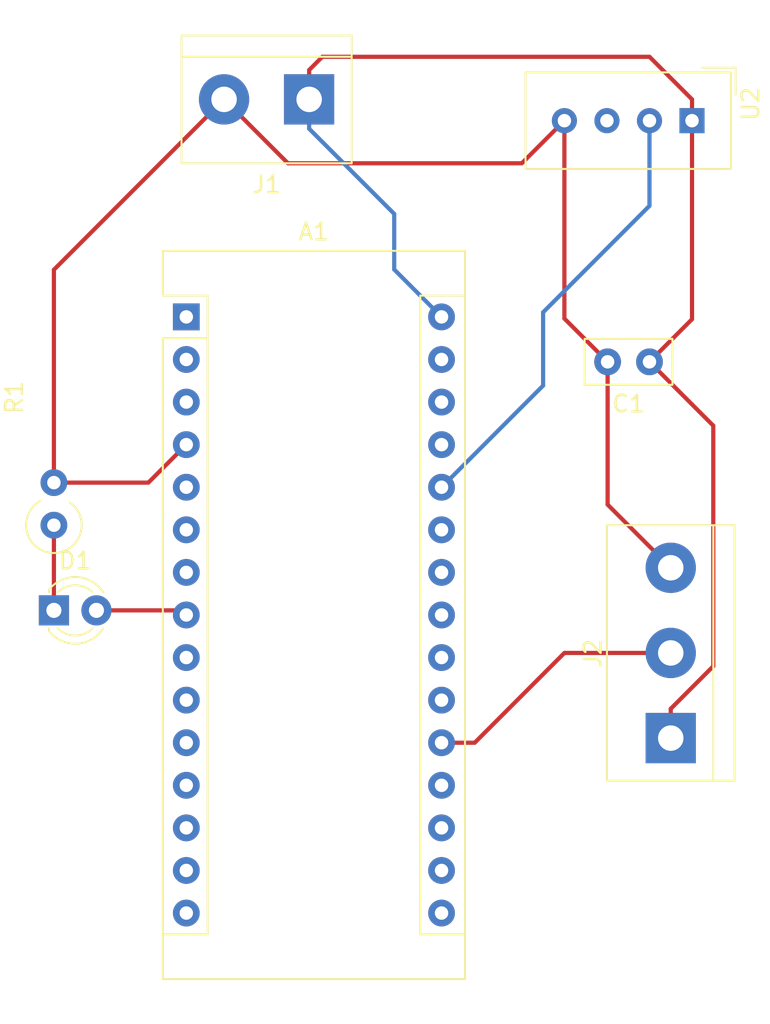
<source format=kicad_pcb>
(kicad_pcb (version 20171130) (host pcbnew "(5.1.2)-2")

  (general
    (thickness 1.6)
    (drawings 0)
    (tracks 36)
    (zones 0)
    (modules 7)
    (nets 33)
  )

  (page A4)
  (layers
    (0 F.Cu signal)
    (31 B.Cu signal)
    (32 B.Adhes user)
    (33 F.Adhes user)
    (34 B.Paste user)
    (35 F.Paste user)
    (36 B.SilkS user)
    (37 F.SilkS user)
    (38 B.Mask user)
    (39 F.Mask user)
    (40 Dwgs.User user)
    (41 Cmts.User user)
    (42 Eco1.User user)
    (43 Eco2.User user)
    (44 Edge.Cuts user)
    (45 Margin user)
    (46 B.CrtYd user)
    (47 F.CrtYd user)
    (48 B.Fab user)
    (49 F.Fab user)
  )

  (setup
    (last_trace_width 0.25)
    (user_trace_width 0.5)
    (trace_clearance 0.2)
    (zone_clearance 0.508)
    (zone_45_only no)
    (trace_min 0.2)
    (via_size 0.8)
    (via_drill 0.4)
    (via_min_size 0.4)
    (via_min_drill 0.3)
    (uvia_size 0.3)
    (uvia_drill 0.1)
    (uvias_allowed no)
    (uvia_min_size 0.2)
    (uvia_min_drill 0.1)
    (edge_width 0.1)
    (segment_width 0.2)
    (pcb_text_width 0.3)
    (pcb_text_size 1.5 1.5)
    (mod_edge_width 0.15)
    (mod_text_size 1 1)
    (mod_text_width 0.15)
    (pad_size 1.524 1.524)
    (pad_drill 0.762)
    (pad_to_mask_clearance 0)
    (aux_axis_origin 0 0)
    (visible_elements FFFFFF7F)
    (pcbplotparams
      (layerselection 0x010fc_ffffffff)
      (usegerberextensions false)
      (usegerberattributes false)
      (usegerberadvancedattributes false)
      (creategerberjobfile false)
      (excludeedgelayer true)
      (linewidth 0.100000)
      (plotframeref false)
      (viasonmask false)
      (mode 1)
      (useauxorigin false)
      (hpglpennumber 1)
      (hpglpenspeed 20)
      (hpglpendiameter 15.000000)
      (psnegative false)
      (psa4output false)
      (plotreference true)
      (plotvalue true)
      (plotinvisibletext false)
      (padsonsilk false)
      (subtractmaskfromsilk false)
      (outputformat 1)
      (mirror false)
      (drillshape 1)
      (scaleselection 1)
      (outputdirectory ""))
  )

  (net 0 "")
  (net 1 "Net-(A1-Pad16)")
  (net 2 "Net-(A1-Pad15)")
  (net 3 "Net-(A1-Pad14)")
  (net 4 "Net-(A1-Pad29)")
  (net 5 "Net-(A1-Pad13)")
  (net 6 "Net-(A1-Pad28)")
  (net 7 "Net-(A1-Pad12)")
  (net 8 "Net-(A1-Pad27)")
  (net 9 "Net-(A1-Pad11)")
  (net 10 "Net-(A1-Pad26)")
  (net 11 "Net-(A1-Pad10)")
  (net 12 "Net-(A1-Pad25)")
  (net 13 "Net-(A1-Pad9)")
  (net 14 "Net-(A1-Pad24)")
  (net 15 "Net-(A1-Pad8)")
  (net 16 "Net-(A1-Pad23)")
  (net 17 "Net-(A1-Pad7)")
  (net 18 "Net-(A1-Pad22)")
  (net 19 "Net-(A1-Pad6)")
  (net 20 "Net-(A1-Pad21)")
  (net 21 "Net-(A1-Pad5)")
  (net 22 "Net-(A1-Pad20)")
  (net 23 "Net-(A1-Pad19)")
  (net 24 "Net-(A1-Pad3)")
  (net 25 "Net-(A1-Pad18)")
  (net 26 "Net-(A1-Pad2)")
  (net 27 "Net-(A1-Pad17)")
  (net 28 "Net-(A1-Pad1)")
  (net 29 GND)
  (net 30 +5V)
  (net 31 "Net-(D1-Pad1)")
  (net 32 "Net-(U2-Pad3)")

  (net_class Default "This is the default net class."
    (clearance 0.2)
    (trace_width 0.25)
    (via_dia 0.8)
    (via_drill 0.4)
    (uvia_dia 0.3)
    (uvia_drill 0.1)
    (add_net +5V)
    (add_net GND)
    (add_net "Net-(A1-Pad1)")
    (add_net "Net-(A1-Pad10)")
    (add_net "Net-(A1-Pad11)")
    (add_net "Net-(A1-Pad12)")
    (add_net "Net-(A1-Pad13)")
    (add_net "Net-(A1-Pad14)")
    (add_net "Net-(A1-Pad15)")
    (add_net "Net-(A1-Pad16)")
    (add_net "Net-(A1-Pad17)")
    (add_net "Net-(A1-Pad18)")
    (add_net "Net-(A1-Pad19)")
    (add_net "Net-(A1-Pad2)")
    (add_net "Net-(A1-Pad20)")
    (add_net "Net-(A1-Pad21)")
    (add_net "Net-(A1-Pad22)")
    (add_net "Net-(A1-Pad23)")
    (add_net "Net-(A1-Pad24)")
    (add_net "Net-(A1-Pad25)")
    (add_net "Net-(A1-Pad26)")
    (add_net "Net-(A1-Pad27)")
    (add_net "Net-(A1-Pad28)")
    (add_net "Net-(A1-Pad29)")
    (add_net "Net-(A1-Pad3)")
    (add_net "Net-(A1-Pad5)")
    (add_net "Net-(A1-Pad6)")
    (add_net "Net-(A1-Pad7)")
    (add_net "Net-(A1-Pad8)")
    (add_net "Net-(A1-Pad9)")
    (add_net "Net-(D1-Pad1)")
    (add_net "Net-(U2-Pad3)")
  )

  (module TerminalBlock:TerminalBlock_bornier-2_P5.08mm (layer F.Cu) (tedit 59FF03AB) (tstamp 5D2AD175)
    (at 132.08 77.47 180)
    (descr "simple 2-pin terminal block, pitch 5.08mm, revamped version of bornier2")
    (tags "terminal block bornier2")
    (path /5D29E49A)
    (fp_text reference J1 (at 2.54 -5.08) (layer F.SilkS)
      (effects (font (size 1 1) (thickness 0.15)))
    )
    (fp_text value Screw_Terminal_01x02 (at 2.54 5.08) (layer F.Fab)
      (effects (font (size 1 1) (thickness 0.15)))
    )
    (fp_line (start 7.79 4) (end -2.71 4) (layer F.CrtYd) (width 0.05))
    (fp_line (start 7.79 4) (end 7.79 -4) (layer F.CrtYd) (width 0.05))
    (fp_line (start -2.71 -4) (end -2.71 4) (layer F.CrtYd) (width 0.05))
    (fp_line (start -2.71 -4) (end 7.79 -4) (layer F.CrtYd) (width 0.05))
    (fp_line (start -2.54 3.81) (end 7.62 3.81) (layer F.SilkS) (width 0.12))
    (fp_line (start -2.54 -3.81) (end -2.54 3.81) (layer F.SilkS) (width 0.12))
    (fp_line (start 7.62 -3.81) (end -2.54 -3.81) (layer F.SilkS) (width 0.12))
    (fp_line (start 7.62 3.81) (end 7.62 -3.81) (layer F.SilkS) (width 0.12))
    (fp_line (start 7.62 2.54) (end -2.54 2.54) (layer F.SilkS) (width 0.12))
    (fp_line (start 7.54 -3.75) (end -2.46 -3.75) (layer F.Fab) (width 0.1))
    (fp_line (start 7.54 3.75) (end 7.54 -3.75) (layer F.Fab) (width 0.1))
    (fp_line (start -2.46 3.75) (end 7.54 3.75) (layer F.Fab) (width 0.1))
    (fp_line (start -2.46 -3.75) (end -2.46 3.75) (layer F.Fab) (width 0.1))
    (fp_line (start -2.41 2.55) (end 7.49 2.55) (layer F.Fab) (width 0.1))
    (fp_text user %R (at 2.54 0) (layer F.Fab)
      (effects (font (size 1 1) (thickness 0.15)))
    )
    (pad 2 thru_hole circle (at 5.08 0 180) (size 3 3) (drill 1.52) (layers *.Cu *.Mask)
      (net 29 GND))
    (pad 1 thru_hole rect (at 0 0 180) (size 3 3) (drill 1.52) (layers *.Cu *.Mask)
      (net 30 +5V))
    (model ${KISYS3DMOD}/TerminalBlock.3dshapes/TerminalBlock_bornier-2_P5.08mm.wrl
      (offset (xyz 2.539999961853027 0 0))
      (scale (xyz 1 1 1))
      (rotate (xyz 0 0 0))
    )
  )

  (module Module:Arduino_Nano_WithMountingHoles (layer F.Cu) (tedit 58ACAF99) (tstamp 5D2AD139)
    (at 124.745001 90.445001)
    (descr "Arduino Nano, http://www.mouser.com/pdfdocs/Gravitech_Arduino_Nano3_0.pdf")
    (tags "Arduino Nano")
    (path /5D224824)
    (fp_text reference A1 (at 7.62 -5.08) (layer F.SilkS)
      (effects (font (size 1 1) (thickness 0.15)))
    )
    (fp_text value Arduino_Nano_v2.x (at 8.89 15.24 90) (layer F.Fab)
      (effects (font (size 1 1) (thickness 0.15)))
    )
    (fp_line (start 16.75 42.16) (end -1.53 42.16) (layer F.CrtYd) (width 0.05))
    (fp_line (start 16.75 42.16) (end 16.75 -4.06) (layer F.CrtYd) (width 0.05))
    (fp_line (start -1.53 -4.06) (end -1.53 42.16) (layer F.CrtYd) (width 0.05))
    (fp_line (start -1.53 -4.06) (end 16.75 -4.06) (layer F.CrtYd) (width 0.05))
    (fp_line (start 16.51 -3.81) (end 16.51 39.37) (layer F.Fab) (width 0.1))
    (fp_line (start 0 -3.81) (end 16.51 -3.81) (layer F.Fab) (width 0.1))
    (fp_line (start -1.27 -2.54) (end 0 -3.81) (layer F.Fab) (width 0.1))
    (fp_line (start -1.27 39.37) (end -1.27 -2.54) (layer F.Fab) (width 0.1))
    (fp_line (start 16.51 39.37) (end -1.27 39.37) (layer F.Fab) (width 0.1))
    (fp_line (start 16.64 -3.94) (end -1.4 -3.94) (layer F.SilkS) (width 0.12))
    (fp_line (start 16.64 39.5) (end 16.64 -3.94) (layer F.SilkS) (width 0.12))
    (fp_line (start -1.4 39.5) (end 16.64 39.5) (layer F.SilkS) (width 0.12))
    (fp_line (start 3.81 41.91) (end 3.81 31.75) (layer F.Fab) (width 0.1))
    (fp_line (start 11.43 41.91) (end 3.81 41.91) (layer F.Fab) (width 0.1))
    (fp_line (start 11.43 31.75) (end 11.43 41.91) (layer F.Fab) (width 0.1))
    (fp_line (start 3.81 31.75) (end 11.43 31.75) (layer F.Fab) (width 0.1))
    (fp_line (start 1.27 36.83) (end -1.4 36.83) (layer F.SilkS) (width 0.12))
    (fp_line (start 1.27 1.27) (end 1.27 36.83) (layer F.SilkS) (width 0.12))
    (fp_line (start 1.27 1.27) (end -1.4 1.27) (layer F.SilkS) (width 0.12))
    (fp_line (start 13.97 36.83) (end 16.64 36.83) (layer F.SilkS) (width 0.12))
    (fp_line (start 13.97 -1.27) (end 13.97 36.83) (layer F.SilkS) (width 0.12))
    (fp_line (start 13.97 -1.27) (end 16.64 -1.27) (layer F.SilkS) (width 0.12))
    (fp_line (start -1.4 -3.94) (end -1.4 -1.27) (layer F.SilkS) (width 0.12))
    (fp_line (start -1.4 1.27) (end -1.4 39.5) (layer F.SilkS) (width 0.12))
    (fp_line (start 1.27 -1.27) (end -1.4 -1.27) (layer F.SilkS) (width 0.12))
    (fp_line (start 1.27 1.27) (end 1.27 -1.27) (layer F.SilkS) (width 0.12))
    (fp_text user %R (at 6.35 16.51 90) (layer F.Fab)
      (effects (font (size 1 1) (thickness 0.15)))
    )
    (pad "" np_thru_hole circle (at 0 38.1) (size 1.78 1.78) (drill 1.78) (layers *.Cu *.Mask))
    (pad "" np_thru_hole circle (at 15.24 38.1) (size 1.78 1.78) (drill 1.78) (layers *.Cu *.Mask))
    (pad "" np_thru_hole circle (at 15.24 -2.54) (size 1.78 1.78) (drill 1.78) (layers *.Cu *.Mask))
    (pad "" np_thru_hole circle (at 0 -2.54) (size 1.78 1.78) (drill 1.78) (layers *.Cu *.Mask))
    (pad 16 thru_hole oval (at 15.24 35.56) (size 1.6 1.6) (drill 0.8) (layers *.Cu *.Mask)
      (net 1 "Net-(A1-Pad16)"))
    (pad 15 thru_hole oval (at 0 35.56) (size 1.6 1.6) (drill 0.8) (layers *.Cu *.Mask)
      (net 2 "Net-(A1-Pad15)"))
    (pad 30 thru_hole oval (at 15.24 0) (size 1.6 1.6) (drill 0.8) (layers *.Cu *.Mask)
      (net 30 +5V))
    (pad 14 thru_hole oval (at 0 33.02) (size 1.6 1.6) (drill 0.8) (layers *.Cu *.Mask)
      (net 3 "Net-(A1-Pad14)"))
    (pad 29 thru_hole oval (at 15.24 2.54) (size 1.6 1.6) (drill 0.8) (layers *.Cu *.Mask)
      (net 4 "Net-(A1-Pad29)"))
    (pad 13 thru_hole oval (at 0 30.48) (size 1.6 1.6) (drill 0.8) (layers *.Cu *.Mask)
      (net 5 "Net-(A1-Pad13)"))
    (pad 28 thru_hole oval (at 15.24 5.08) (size 1.6 1.6) (drill 0.8) (layers *.Cu *.Mask)
      (net 6 "Net-(A1-Pad28)"))
    (pad 12 thru_hole oval (at 0 27.94) (size 1.6 1.6) (drill 0.8) (layers *.Cu *.Mask)
      (net 7 "Net-(A1-Pad12)"))
    (pad 27 thru_hole oval (at 15.24 7.62) (size 1.6 1.6) (drill 0.8) (layers *.Cu *.Mask)
      (net 8 "Net-(A1-Pad27)"))
    (pad 11 thru_hole oval (at 0 25.4) (size 1.6 1.6) (drill 0.8) (layers *.Cu *.Mask)
      (net 9 "Net-(A1-Pad11)"))
    (pad 26 thru_hole oval (at 15.24 10.16) (size 1.6 1.6) (drill 0.8) (layers *.Cu *.Mask)
      (net 10 "Net-(A1-Pad26)"))
    (pad 10 thru_hole oval (at 0 22.86) (size 1.6 1.6) (drill 0.8) (layers *.Cu *.Mask)
      (net 11 "Net-(A1-Pad10)"))
    (pad 25 thru_hole oval (at 15.24 12.7) (size 1.6 1.6) (drill 0.8) (layers *.Cu *.Mask)
      (net 12 "Net-(A1-Pad25)"))
    (pad 9 thru_hole oval (at 0 20.32) (size 1.6 1.6) (drill 0.8) (layers *.Cu *.Mask)
      (net 13 "Net-(A1-Pad9)"))
    (pad 24 thru_hole oval (at 15.24 15.24) (size 1.6 1.6) (drill 0.8) (layers *.Cu *.Mask)
      (net 14 "Net-(A1-Pad24)"))
    (pad 8 thru_hole oval (at 0 17.78) (size 1.6 1.6) (drill 0.8) (layers *.Cu *.Mask)
      (net 15 "Net-(A1-Pad8)"))
    (pad 23 thru_hole oval (at 15.24 17.78) (size 1.6 1.6) (drill 0.8) (layers *.Cu *.Mask)
      (net 16 "Net-(A1-Pad23)"))
    (pad 7 thru_hole oval (at 0 15.24) (size 1.6 1.6) (drill 0.8) (layers *.Cu *.Mask)
      (net 17 "Net-(A1-Pad7)"))
    (pad 22 thru_hole oval (at 15.24 20.32) (size 1.6 1.6) (drill 0.8) (layers *.Cu *.Mask)
      (net 18 "Net-(A1-Pad22)"))
    (pad 6 thru_hole oval (at 0 12.7) (size 1.6 1.6) (drill 0.8) (layers *.Cu *.Mask)
      (net 19 "Net-(A1-Pad6)"))
    (pad 21 thru_hole oval (at 15.24 22.86) (size 1.6 1.6) (drill 0.8) (layers *.Cu *.Mask)
      (net 20 "Net-(A1-Pad21)"))
    (pad 5 thru_hole oval (at 0 10.16) (size 1.6 1.6) (drill 0.8) (layers *.Cu *.Mask)
      (net 21 "Net-(A1-Pad5)"))
    (pad 20 thru_hole oval (at 15.24 25.4) (size 1.6 1.6) (drill 0.8) (layers *.Cu *.Mask)
      (net 22 "Net-(A1-Pad20)"))
    (pad 4 thru_hole oval (at 0 7.62) (size 1.6 1.6) (drill 0.8) (layers *.Cu *.Mask)
      (net 29 GND))
    (pad 19 thru_hole oval (at 15.24 27.94) (size 1.6 1.6) (drill 0.8) (layers *.Cu *.Mask)
      (net 23 "Net-(A1-Pad19)"))
    (pad 3 thru_hole oval (at 0 5.08) (size 1.6 1.6) (drill 0.8) (layers *.Cu *.Mask)
      (net 24 "Net-(A1-Pad3)"))
    (pad 18 thru_hole oval (at 15.24 30.48) (size 1.6 1.6) (drill 0.8) (layers *.Cu *.Mask)
      (net 25 "Net-(A1-Pad18)"))
    (pad 2 thru_hole oval (at 0 2.54) (size 1.6 1.6) (drill 0.8) (layers *.Cu *.Mask)
      (net 26 "Net-(A1-Pad2)"))
    (pad 17 thru_hole oval (at 15.24 33.02) (size 1.6 1.6) (drill 0.8) (layers *.Cu *.Mask)
      (net 27 "Net-(A1-Pad17)"))
    (pad 1 thru_hole rect (at 0 0) (size 1.6 1.6) (drill 0.8) (layers *.Cu *.Mask)
      (net 28 "Net-(A1-Pad1)"))
    (model ${KISYS3DMOD}/Module.3dshapes/Arduino_Nano_WithMountingHoles.wrl
      (at (xyz 0 0 0))
      (scale (xyz 1 1 1))
      (rotate (xyz 0 0 0))
    )
  )

  (module Resistor_THT:R_Axial_DIN0309_L9.0mm_D3.2mm_P2.54mm_Vertical (layer F.Cu) (tedit 5AE5139B) (tstamp 5D2AD1A2)
    (at 116.84 102.87 90)
    (descr "Resistor, Axial_DIN0309 series, Axial, Vertical, pin pitch=2.54mm, 0.5W = 1/2W, length*diameter=9*3.2mm^2, http://cdn-reichelt.de/documents/datenblatt/B400/1_4W%23YAG.pdf")
    (tags "Resistor Axial_DIN0309 series Axial Vertical pin pitch 2.54mm 0.5W = 1/2W length 9mm diameter 3.2mm")
    (path /5D256831)
    (fp_text reference R1 (at 7.62 -2.37 90) (layer F.SilkS)
      (effects (font (size 1 1) (thickness 0.15)))
    )
    (fp_text value R10K (at 7.62 2.37 90) (layer F.Fab)
      (effects (font (size 1 1) (thickness 0.15)))
    )
    (fp_text user %R (at 1.27 2.54 90) (layer F.Fab)
      (effects (font (size 1 1) (thickness 0.15)))
    )
    (fp_line (start 3.59 -1.85) (end -1.85 -1.85) (layer F.CrtYd) (width 0.05))
    (fp_line (start 3.59 1.85) (end 3.59 -1.85) (layer F.CrtYd) (width 0.05))
    (fp_line (start -1.85 1.85) (end 3.59 1.85) (layer F.CrtYd) (width 0.05))
    (fp_line (start -1.85 -1.85) (end -1.85 1.85) (layer F.CrtYd) (width 0.05))
    (fp_line (start 0 0) (end 2.54 0) (layer F.Fab) (width 0.1))
    (fp_circle (center 0 0) (end 1.6 0) (layer F.Fab) (width 0.1))
    (fp_arc (start 0 0) (end 1.453272 -0.8) (angle -295.326041) (layer F.SilkS) (width 0.12))
    (pad 2 thru_hole oval (at 2.54 0 90) (size 1.6 1.6) (drill 0.8) (layers *.Cu *.Mask)
      (net 29 GND))
    (pad 1 thru_hole circle (at 0 0 90) (size 1.6 1.6) (drill 0.8) (layers *.Cu *.Mask)
      (net 31 "Net-(D1-Pad1)"))
    (model ${KISYS3DMOD}/Resistor_THT.3dshapes/R_Axial_DIN0309_L9.0mm_D3.2mm_P2.54mm_Vertical.wrl
      (at (xyz 0 0 0))
      (scale (xyz 1 1 1))
      (rotate (xyz 0 0 0))
    )
  )

  (module Sensor:Aosong_DHT11_5.5x12.0_P2.54mm (layer F.Cu) (tedit 5C4B60CF) (tstamp 5D2AD1BA)
    (at 154.94 78.74 270)
    (descr "Temperature and humidity module, http://akizukidenshi.com/download/ds/aosong/DHT11.pdf")
    (tags "Temperature and humidity module")
    (path /5D2BE7D6)
    (fp_text reference U2 (at -1 -3.5 90) (layer F.SilkS)
      (effects (font (size 1 1) (thickness 0.15)))
    )
    (fp_text value DHT11 (at 0 11.3 90) (layer F.Fab)
      (effects (font (size 1 1) (thickness 0.15)))
    )
    (fp_line (start -3.16 -2.6) (end -1.55 -2.6) (layer F.SilkS) (width 0.12))
    (fp_line (start -3.16 -2.6) (end -3.16 -0.6) (layer F.SilkS) (width 0.12))
    (fp_line (start -2.75 -1.19) (end -1.75 -2.19) (layer F.Fab) (width 0.1))
    (fp_line (start -3 10.06) (end -3 -2.44) (layer F.CrtYd) (width 0.05))
    (fp_line (start 3 10.06) (end -3 10.06) (layer F.CrtYd) (width 0.05))
    (fp_line (start 3 -2.44) (end 3 10.06) (layer F.CrtYd) (width 0.05))
    (fp_line (start -3 -2.44) (end 3 -2.44) (layer F.CrtYd) (width 0.05))
    (fp_text user %R (at 0 3.81 90) (layer F.Fab)
      (effects (font (size 1 1) (thickness 0.15)))
    )
    (fp_line (start -2.88 9.94) (end -2.88 -2.31) (layer F.SilkS) (width 0.12))
    (fp_line (start 2.88 9.94) (end -2.88 9.94) (layer F.SilkS) (width 0.12))
    (fp_line (start 2.88 -2.32) (end 2.88 9.94) (layer F.SilkS) (width 0.12))
    (fp_line (start -2.87 -2.32) (end 2.87 -2.32) (layer F.SilkS) (width 0.12))
    (fp_line (start -2.75 -1.19) (end -2.75 9.81) (layer F.Fab) (width 0.1))
    (fp_line (start 2.75 9.81) (end -2.75 9.81) (layer F.Fab) (width 0.1))
    (fp_line (start 2.75 -2.19) (end 2.75 9.81) (layer F.Fab) (width 0.1))
    (fp_line (start -1.75 -2.19) (end 2.75 -2.19) (layer F.Fab) (width 0.1))
    (pad 4 thru_hole circle (at 0 7.62 270) (size 1.5 1.5) (drill 0.8) (layers *.Cu *.Mask)
      (net 29 GND))
    (pad 3 thru_hole circle (at 0 5.08 270) (size 1.5 1.5) (drill 0.8) (layers *.Cu *.Mask)
      (net 32 "Net-(U2-Pad3)"))
    (pad 2 thru_hole circle (at 0 2.54 270) (size 1.5 1.5) (drill 0.8) (layers *.Cu *.Mask)
      (net 10 "Net-(A1-Pad26)"))
    (pad 1 thru_hole rect (at 0 0 270) (size 1.5 1.5) (drill 0.8) (layers *.Cu *.Mask)
      (net 30 +5V))
    (model ${KISYS3DMOD}/Sensor.3dshapes/Aosong_DHT11_5.5x12.0_P2.54mm.wrl
      (at (xyz 0 0 0))
      (scale (xyz 1 1 1))
      (rotate (xyz 0 0 0))
    )
  )

  (module TerminalBlock:TerminalBlock_bornier-3_P5.08mm (layer F.Cu) (tedit 59FF03B9) (tstamp 5D2AD18B)
    (at 153.67 115.57 90)
    (descr "simple 3-pin terminal block, pitch 5.08mm, revamped version of bornier3")
    (tags "terminal block bornier3")
    (path /5D2CB9EB)
    (fp_text reference J2 (at 5.05 -4.65 90) (layer F.SilkS)
      (effects (font (size 1 1) (thickness 0.15)))
    )
    (fp_text value Screw_Terminal_01x03 (at 5.08 5.08 90) (layer F.Fab)
      (effects (font (size 1 1) (thickness 0.15)))
    )
    (fp_line (start 12.88 4) (end -2.72 4) (layer F.CrtYd) (width 0.05))
    (fp_line (start 12.88 4) (end 12.88 -4) (layer F.CrtYd) (width 0.05))
    (fp_line (start -2.72 -4) (end -2.72 4) (layer F.CrtYd) (width 0.05))
    (fp_line (start -2.72 -4) (end 12.88 -4) (layer F.CrtYd) (width 0.05))
    (fp_line (start -2.54 3.81) (end 12.7 3.81) (layer F.SilkS) (width 0.12))
    (fp_line (start -2.54 -3.81) (end 12.7 -3.81) (layer F.SilkS) (width 0.12))
    (fp_line (start -2.54 2.54) (end 12.7 2.54) (layer F.SilkS) (width 0.12))
    (fp_line (start 12.7 3.81) (end 12.7 -3.81) (layer F.SilkS) (width 0.12))
    (fp_line (start -2.54 3.81) (end -2.54 -3.81) (layer F.SilkS) (width 0.12))
    (fp_line (start -2.47 3.75) (end -2.47 -3.75) (layer F.Fab) (width 0.1))
    (fp_line (start 12.63 3.75) (end -2.47 3.75) (layer F.Fab) (width 0.1))
    (fp_line (start 12.63 -3.75) (end 12.63 3.75) (layer F.Fab) (width 0.1))
    (fp_line (start -2.47 -3.75) (end 12.63 -3.75) (layer F.Fab) (width 0.1))
    (fp_line (start -2.47 2.55) (end 12.63 2.55) (layer F.Fab) (width 0.1))
    (fp_text user %R (at 5.08 0 90) (layer F.Fab)
      (effects (font (size 1 1) (thickness 0.15)))
    )
    (pad 3 thru_hole circle (at 10.16 0 90) (size 3 3) (drill 1.52) (layers *.Cu *.Mask)
      (net 29 GND))
    (pad 2 thru_hole circle (at 5.08 0 90) (size 3 3) (drill 1.52) (layers *.Cu *.Mask)
      (net 22 "Net-(A1-Pad20)"))
    (pad 1 thru_hole rect (at 0 0 90) (size 3 3) (drill 1.52) (layers *.Cu *.Mask)
      (net 30 +5V))
    (model ${KISYS3DMOD}/TerminalBlock.3dshapes/TerminalBlock_bornier-3_P5.08mm.wrl
      (offset (xyz 5.079999923706055 0 0))
      (scale (xyz 1 1 1))
      (rotate (xyz 0 0 0))
    )
  )

  (module LED_THT:LED_D3.0mm_Clear (layer F.Cu) (tedit 5A6C9BC0) (tstamp 5D2AD160)
    (at 116.84 107.95)
    (descr "IR-LED, diameter 3.0mm, 2 pins, color: clear")
    (tags "IR infrared LED diameter 3.0mm 2 pins clear")
    (path /5D25A7DD)
    (fp_text reference D1 (at 1.27 -2.96) (layer F.SilkS)
      (effects (font (size 1 1) (thickness 0.15)))
    )
    (fp_text value LED (at 1.27 2.96) (layer F.Fab)
      (effects (font (size 1 1) (thickness 0.15)))
    )
    (fp_arc (start 1.27 0) (end 0.229039 1.08) (angle -87.9) (layer F.SilkS) (width 0.12))
    (fp_arc (start 1.27 0) (end 0.229039 -1.08) (angle 87.9) (layer F.SilkS) (width 0.12))
    (fp_arc (start 1.27 0) (end -0.29 1.235516) (angle -108.8) (layer F.SilkS) (width 0.12))
    (fp_arc (start 1.27 0) (end -0.29 -1.235516) (angle 108.8) (layer F.SilkS) (width 0.12))
    (fp_arc (start 1.27 0) (end -0.23 -1.16619) (angle 284.3) (layer F.Fab) (width 0.1))
    (fp_circle (center 1.27 0) (end 2.77 0) (layer F.Fab) (width 0.1))
    (fp_line (start 3.7 -2.25) (end -1.15 -2.25) (layer F.CrtYd) (width 0.05))
    (fp_line (start 3.7 2.25) (end 3.7 -2.25) (layer F.CrtYd) (width 0.05))
    (fp_line (start -1.15 2.25) (end 3.7 2.25) (layer F.CrtYd) (width 0.05))
    (fp_line (start -1.15 -2.25) (end -1.15 2.25) (layer F.CrtYd) (width 0.05))
    (fp_line (start -0.29 1.08) (end -0.29 1.236) (layer F.SilkS) (width 0.12))
    (fp_line (start -0.29 -1.236) (end -0.29 -1.08) (layer F.SilkS) (width 0.12))
    (fp_line (start -0.23 -1.16619) (end -0.23 1.16619) (layer F.Fab) (width 0.1))
    (fp_text user %R (at 1.47 0) (layer F.Fab)
      (effects (font (size 0.8 0.8) (thickness 0.12)))
    )
    (pad 2 thru_hole circle (at 2.54 0) (size 1.8 1.8) (drill 0.9) (layers *.Cu *.Mask)
      (net 15 "Net-(A1-Pad8)"))
    (pad 1 thru_hole rect (at 0 0) (size 1.8 1.8) (drill 0.9) (layers *.Cu *.Mask)
      (net 31 "Net-(D1-Pad1)"))
    (model ${KISYS3DMOD}/LED_THT.3dshapes/LED_D3.0mm_Clear.wrl
      (at (xyz 0 0 0))
      (scale (xyz 1 1 1))
      (rotate (xyz 0 0 0))
    )
  )

  (module Capacitor_THT:C_Disc_D5.0mm_W2.5mm_P2.50mm (layer F.Cu) (tedit 5AE50EF0) (tstamp 5D2AD14C)
    (at 152.4 93.125001 180)
    (descr "C, Disc series, Radial, pin pitch=2.50mm, , diameter*width=5*2.5mm^2, Capacitor, http://cdn-reichelt.de/documents/datenblatt/B300/DS_KERKO_TC.pdf")
    (tags "C Disc series Radial pin pitch 2.50mm  diameter 5mm width 2.5mm Capacitor")
    (path /5D2A488E)
    (fp_text reference C1 (at 1.25 -2.5) (layer F.SilkS)
      (effects (font (size 1 1) (thickness 0.15)))
    )
    (fp_text value C (at 1.25 2.5) (layer F.Fab)
      (effects (font (size 1 1) (thickness 0.15)))
    )
    (fp_text user %R (at 1.25 0) (layer F.Fab)
      (effects (font (size 1 1) (thickness 0.15)))
    )
    (fp_line (start 4 -1.5) (end -1.5 -1.5) (layer F.CrtYd) (width 0.05))
    (fp_line (start 4 1.5) (end 4 -1.5) (layer F.CrtYd) (width 0.05))
    (fp_line (start -1.5 1.5) (end 4 1.5) (layer F.CrtYd) (width 0.05))
    (fp_line (start -1.5 -1.5) (end -1.5 1.5) (layer F.CrtYd) (width 0.05))
    (fp_line (start 3.87 -1.37) (end 3.87 1.37) (layer F.SilkS) (width 0.12))
    (fp_line (start -1.37 -1.37) (end -1.37 1.37) (layer F.SilkS) (width 0.12))
    (fp_line (start -1.37 1.37) (end 3.87 1.37) (layer F.SilkS) (width 0.12))
    (fp_line (start -1.37 -1.37) (end 3.87 -1.37) (layer F.SilkS) (width 0.12))
    (fp_line (start 3.75 -1.25) (end -1.25 -1.25) (layer F.Fab) (width 0.1))
    (fp_line (start 3.75 1.25) (end 3.75 -1.25) (layer F.Fab) (width 0.1))
    (fp_line (start -1.25 1.25) (end 3.75 1.25) (layer F.Fab) (width 0.1))
    (fp_line (start -1.25 -1.25) (end -1.25 1.25) (layer F.Fab) (width 0.1))
    (pad 2 thru_hole circle (at 2.5 0 180) (size 1.6 1.6) (drill 0.8) (layers *.Cu *.Mask)
      (net 29 GND))
    (pad 1 thru_hole circle (at 0 0 180) (size 1.6 1.6) (drill 0.8) (layers *.Cu *.Mask)
      (net 30 +5V))
    (model ${KISYS3DMOD}/Capacitor_THT.3dshapes/C_Disc_D5.0mm_W2.5mm_P2.50mm.wrl
      (at (xyz 0 0 0))
      (scale (xyz 1 1 1))
      (rotate (xyz 0 0 0))
    )
  )

  (segment (start 146.05 90.17) (end 152.4 83.82) (width 0.25) (layer B.Cu) (net 10))
  (segment (start 152.4 83.82) (end 152.4 78.74) (width 0.25) (layer B.Cu) (net 10))
  (segment (start 146.05 94.540002) (end 146.05 90.17) (width 0.25) (layer B.Cu) (net 10))
  (segment (start 139.985001 100.605001) (end 146.05 94.540002) (width 0.25) (layer B.Cu) (net 10))
  (segment (start 124.47 107.95) (end 124.745001 108.225001) (width 0.25) (layer F.Cu) (net 15))
  (segment (start 119.38 107.95) (end 124.47 107.95) (width 0.25) (layer F.Cu) (net 15))
  (segment (start 139.985001 115.845001) (end 141.964999 115.845001) (width 0.25) (layer F.Cu) (net 22))
  (segment (start 141.964999 115.845001) (end 147.32 110.49) (width 0.25) (layer F.Cu) (net 22))
  (segment (start 147.32 110.49) (end 153.67 110.49) (width 0.25) (layer F.Cu) (net 22))
  (segment (start 127 77.47) (end 130.81 81.28) (width 0.25) (layer F.Cu) (net 29))
  (segment (start 144.78 81.28) (end 147.32 78.74) (width 0.25) (layer F.Cu) (net 29))
  (segment (start 130.81 81.28) (end 144.78 81.28) (width 0.25) (layer F.Cu) (net 29))
  (segment (start 147.32 90.545001) (end 149.9 93.125001) (width 0.25) (layer F.Cu) (net 29))
  (segment (start 147.32 78.74) (end 147.32 90.545001) (width 0.25) (layer F.Cu) (net 29))
  (segment (start 149.9 101.64) (end 153.67 105.41) (width 0.25) (layer F.Cu) (net 29))
  (segment (start 149.9 93.125001) (end 149.9 101.64) (width 0.25) (layer F.Cu) (net 29))
  (segment (start 116.84 87.63) (end 127 77.47) (width 0.25) (layer F.Cu) (net 29))
  (segment (start 116.84 100.33) (end 116.84 87.63) (width 0.25) (layer F.Cu) (net 29))
  (segment (start 122.480002 100.33) (end 124.745001 98.065001) (width 0.25) (layer F.Cu) (net 29))
  (segment (start 116.84 100.33) (end 122.480002 100.33) (width 0.25) (layer F.Cu) (net 29))
  (segment (start 132.08 75.72) (end 132.87 74.93) (width 0.25) (layer F.Cu) (net 30))
  (segment (start 132.08 77.47) (end 132.08 75.72) (width 0.25) (layer F.Cu) (net 30))
  (segment (start 132.87 74.93) (end 152.4 74.93) (width 0.25) (layer F.Cu) (net 30))
  (segment (start 154.94 77.47) (end 154.94 78.74) (width 0.25) (layer F.Cu) (net 30))
  (segment (start 152.4 74.93) (end 154.94 77.47) (width 0.25) (layer F.Cu) (net 30))
  (segment (start 152.4 93.125001) (end 156.21 96.935001) (width 0.25) (layer F.Cu) (net 30))
  (segment (start 156.21 96.935001) (end 156.21 111.28) (width 0.25) (layer F.Cu) (net 30))
  (segment (start 153.67 113.82) (end 153.67 115.57) (width 0.25) (layer F.Cu) (net 30))
  (segment (start 156.21 111.28) (end 153.67 113.82) (width 0.25) (layer F.Cu) (net 30))
  (segment (start 154.94 90.585001) (end 152.4 93.125001) (width 0.25) (layer F.Cu) (net 30))
  (segment (start 154.94 78.74) (end 154.94 90.585001) (width 0.25) (layer F.Cu) (net 30))
  (segment (start 132.08 79.22) (end 137.16 84.3) (width 0.25) (layer B.Cu) (net 30))
  (segment (start 132.08 77.47) (end 132.08 79.22) (width 0.25) (layer B.Cu) (net 30))
  (segment (start 137.16 87.62) (end 139.985001 90.445001) (width 0.25) (layer B.Cu) (net 30))
  (segment (start 137.16 84.3) (end 137.16 87.62) (width 0.25) (layer B.Cu) (net 30))
  (segment (start 116.84 102.87) (end 116.84 107.95) (width 0.25) (layer F.Cu) (net 31))

)

</source>
